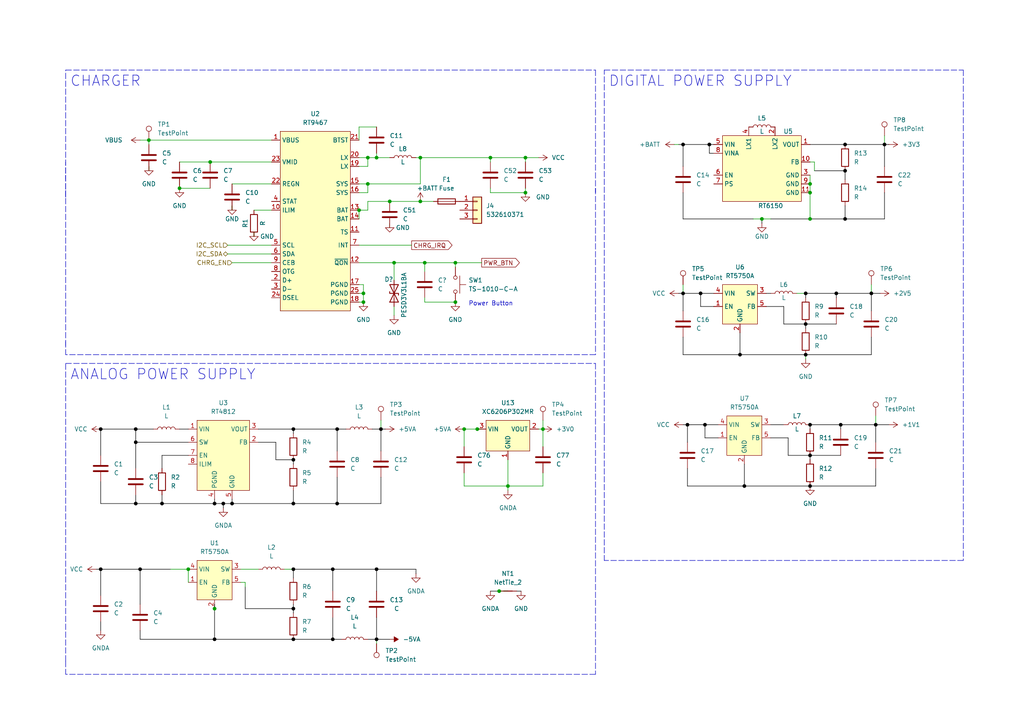
<source format=kicad_sch>
(kicad_sch (version 20211123) (generator eeschema)
  (paper "A4")
  (lib_symbols
    (symbol "C_1" (pin_numbers hide) (pin_names (offset 0.254))
      (property "Reference" "C" (at 0.635 2.54 0))
      (property "Value" "C_1" (at 0.635 -2.54 0))
      (symbol "C_1_1_1"
        (pin passive line (at 0 3.81 270) (length 2.794) (name "~") (number "1"))
        (pin passive line (at 0 -3.81 90) (length 2.794) (name "~") (number "2"))
      )
    )
    (symbol "C_10" (pin_numbers hide) (pin_names (offset 0.254))
      (property "Reference" "C" (at 0.635 2.54 0))
      (property "Value" "C_10" (at 0.635 -2.54 0))
      (symbol "C_10_1_1"
        (pin passive line (at 0 3.81 270) (length 2.794) (name "~") (number "1"))
        (pin passive line (at 0 -3.81 90) (length 2.794) (name "~") (number "2"))
      )
    )
    (symbol "C_14" (pin_numbers hide) (pin_names (offset 0.254))
      (property "Reference" "C" (at 0.635 2.54 0))
      (property "Value" "C_14" (at 0.635 -2.54 0))
      (symbol "C_14_1_1"
        (pin passive line (at 0 3.81 270) (length 2.794) (name "~") (number "1"))
        (pin passive line (at 0 -3.81 90) (length 2.794) (name "~") (number "2"))
      )
    )
    (symbol "C_16" (pin_numbers hide) (pin_names (offset 0.254))
      (property "Reference" "C" (at 0.635 2.54 0))
      (property "Value" "C_16" (at 0.635 -2.54 0))
      (symbol "C_16_1_1"
        (pin passive line (at 0 3.81 270) (length 2.794) (name "~") (number "1"))
        (pin passive line (at 0 -3.81 90) (length 2.794) (name "~") (number "2"))
      )
    )
    (symbol "C_17" (pin_numbers hide) (pin_names (offset 0.254))
      (property "Reference" "C" (at 0.635 2.54 0))
      (property "Value" "C_17" (at 0.635 -2.54 0))
      (symbol "C_17_1_1"
        (pin passive line (at 0 3.81 270) (length 2.794) (name "~") (number "1"))
        (pin passive line (at 0 -3.81 90) (length 2.794) (name "~") (number "2"))
      )
    )
    (symbol "C_18" (pin_numbers hide) (pin_names (offset 0.254))
      (property "Reference" "C" (at 0.635 2.54 0))
      (property "Value" "C_18" (at 0.635 -2.54 0))
      (symbol "C_18_1_1"
        (pin passive line (at 0 3.81 270) (length 2.794) (name "~") (number "1"))
        (pin passive line (at 0 -3.81 90) (length 2.794) (name "~") (number "2"))
      )
    )
    (symbol "C_19" (pin_numbers hide) (pin_names (offset 0.254))
      (property "Reference" "C" (at 0.635 2.54 0))
      (property "Value" "C_19" (at 0.635 -2.54 0))
      (symbol "C_19_1_1"
        (pin passive line (at 0 3.81 270) (length 2.794) (name "~") (number "1"))
        (pin passive line (at 0 -3.81 90) (length 2.794) (name "~") (number "2"))
      )
    )
    (symbol "C_2" (pin_numbers hide) (pin_names (offset 0.254))
      (property "Reference" "C" (at 0.635 2.54 0))
      (property "Value" "C_2" (at 0.635 -2.54 0))
      (symbol "C_2_1_1"
        (pin passive line (at 0 3.81 270) (length 2.794) (name "~") (number "1"))
        (pin passive line (at 0 -3.81 90) (length 2.794) (name "~") (number "2"))
      )
    )
    (symbol "C_20" (pin_numbers hide) (pin_names (offset 0.254))
      (property "Reference" "C" (at 0.635 2.54 0))
      (property "Value" "C_20" (at 0.635 -2.54 0))
      (symbol "C_20_1_1"
        (pin passive line (at 0 3.81 270) (length 2.794) (name "~") (number "1"))
        (pin passive line (at 0 -3.81 90) (length 2.794) (name "~") (number "2"))
      )
    )
    (symbol "C_21" (pin_numbers hide) (pin_names (offset 0.254))
      (property "Reference" "C" (at 0.635 2.54 0))
      (property "Value" "C_21" (at 0.635 -2.54 0))
      (symbol "C_21_1_1"
        (pin passive line (at 0 3.81 270) (length 2.794) (name "~") (number "1"))
        (pin passive line (at 0 -3.81 90) (length 2.794) (name "~") (number "2"))
      )
    )
    (symbol "C_5" (pin_numbers hide) (pin_names (offset 0.254))
      (property "Reference" "C" (at 0.635 2.54 0))
      (property "Value" "C_5" (at 0.635 -2.54 0))
      (symbol "C_5_1_1"
        (pin passive line (at 0 3.81 270) (length 2.794) (name "~") (number "1"))
        (pin passive line (at 0 -3.81 90) (length 2.794) (name "~") (number "2"))
      )
    )
    (symbol "C_6" (pin_numbers hide) (pin_names (offset 0.254))
      (property "Reference" "C" (at 0.635 2.54 0))
      (property "Value" "C_6" (at 0.635 -2.54 0))
      (symbol "C_6_1_1"
        (pin passive line (at 0 3.81 270) (length 2.794) (name "~") (number "1"))
        (pin passive line (at 0 -3.81 90) (length 2.794) (name "~") (number "2"))
      )
    )
    (symbol "C_7" (pin_numbers hide) (pin_names (offset 0.254))
      (property "Reference" "C" (at 0.635 2.54 0))
      (property "Value" "C_7" (at 0.635 -2.54 0))
      (symbol "C_7_1_1"
        (pin passive line (at 0 3.81 270) (length 2.794) (name "~") (number "1"))
        (pin passive line (at 0 -3.81 90) (length 2.794) (name "~") (number "2"))
      )
    )
    (symbol "C_8" (pin_numbers hide) (pin_names (offset 0.254))
      (property "Reference" "C" (at 0.635 2.54 0))
      (property "Value" "C_8" (at 0.635 -2.54 0))
      (symbol "C_8_1_1"
        (pin passive line (at 0 3.81 270) (length 2.794) (name "~") (number "1"))
        (pin passive line (at 0 -3.81 90) (length 2.794) (name "~") (number "2"))
      )
    )
    (symbol "C_9" (pin_numbers hide) (pin_names (offset 0.254))
      (property "Reference" "C" (at 0.635 2.54 0))
      (property "Value" "C_9" (at 0.635 -2.54 0))
      (symbol "C_9_1_1"
        (pin passive line (at 0 3.81 270) (length 2.794) (name "~") (number "1"))
        (pin passive line (at 0 -3.81 90) (length 2.794) (name "~") (number "2"))
      )
    )
    (symbol "Connector:TestPoint" (pin_numbers hide) (pin_names (offset 0.762) hide)
      (property "Reference" "TP" (at 0 6.858 0))
      (property "Value" "TestPoint" (at 0 5.08 0))
      (symbol "TestPoint_1_1"
        (pin passive line (at 0 0 90) (length 2.54) (name "1") (number "1"))
      )
    )
    (symbol "Device:Fuse" (pin_numbers hide) (pin_names (offset 0))
      (property "Reference" "F" (at 2.032 0 90))
      (property "Value" "Fuse" (at -1.905 0 90))
      (symbol "Fuse_1_1"
        (pin passive line (at 0 3.81 270) (length 1.27) (name "~") (number "1"))
        (pin passive line (at 0 -3.81 90) (length 1.27) (name "~") (number "2"))
      )
    )
    (symbol "Device:NetTie_2" (pin_numbers hide) (pin_names (offset 0) hide)
      (property "Reference" "NT" (at 0 1.27 0))
      (property "Value" "NetTie_2" (at 0 -1.27 0))
      (symbol "NetTie_2_1_1"
        (pin passive line (at -2.54 0 0) (length 2.54) (name "1") (number "1"))
        (pin passive line (at 2.54 0 180) (length 2.54) (name "2") (number "2"))
      )
    )
    (symbol "power:+1V1" (power) (pin_names (offset 0))
      (property "Value" "+1V1" (at 0 3.556 0))
      (symbol "+1V1_1_1"
        (pin power_in line (at 0 0 90) (length 0) hide (name "+1V1") (number "1"))
      )
    )
    (symbol "power:+2V5" (power) (pin_names (offset 0))
      (property "Value" "+2V5" (at 0 3.556 0))
      (symbol "+2V5_1_1"
        (pin power_in line (at 0 0 90) (length 0) hide (name "+2V5") (number "1"))
      )
    )
    (symbol "power:+3V0" (power) (pin_names (offset 0))
      (property "Value" "+3V0" (at 0 3.556 0))
      (symbol "+3V0_1_1"
        (pin power_in line (at 0 0 90) (length 0) hide (name "+3V0") (number "1"))
      )
    )
    (symbol "power:+3V3" (power) (pin_names (offset 0))
      (property "Value" "+3V3" (at 0 3.556 0))
      (symbol "+3V3_1_1"
        (pin power_in line (at 0 0 90) (length 0) hide (name "+3V3") (number "1"))
      )
    )
    (symbol "power:+5VA" (power) (pin_names (offset 0))
      (property "Value" "+5VA" (at 0 3.556 0))
      (symbol "+5VA_1_1"
        (pin power_in line (at 0 0 90) (length 0) hide (name "+5VA") (number "1"))
      )
    )
    (symbol "power:+BATT" (power) (pin_names (offset 0))
      (property "Value" "+BATT" (at 0 3.556 0))
      (symbol "+BATT_1_1"
        (pin power_in line (at 0 0 90) (length 0) hide (name "+BATT") (number "1"))
      )
    )
    (symbol "power:-5VA" (power) (pin_names (offset 0))
      (property "Value" "-5VA" (at 0 3.81 0))
      (symbol "-5VA_0_0"
        (pin power_in line (at 0 0 90) (length 0) hide (name "-5VA") (number "1"))
      )
    )
    (symbol "power:GND" (power) (pin_names (offset 0))
      (property "Value" "GND" (at 0 -3.81 0))
      (symbol "GND_1_1"
        (pin power_in line (at 0 0 270) (length 0) hide (name "GND") (number "1"))
      )
    )
    (symbol "power:GNDA" (power) (pin_names (offset 0))
      (property "Value" "GNDA" (at 0 -3.81 0))
      (symbol "GNDA_1_1"
        (pin power_in line (at 0 0 270) (length 0) hide (name "GNDA") (number "1"))
      )
    )
    (symbol "power:VBUS" (power) (pin_names (offset 0))
      (property "Value" "VBUS" (at 0 3.81 0))
      (symbol "VBUS_1_1"
        (pin power_in line (at 0 0 90) (length 0) hide (name "VBUS") (number "1"))
      )
    )
    (symbol "power:VCC" (power) (pin_names (offset 0))
      (property "Value" "VCC" (at 0 3.81 0))
      (symbol "VCC_1_1"
        (pin power_in line (at 0 0 90) (length 0) hide (name "VCC") (number "1"))
      )
    )
    (symbol "rlib_buttons:TS-1010-C-A" (pin_numbers hide) (pin_names (offset 1.016) hide)
      (property "Reference" "SW" (at 1.27 2.54 0))
      (property "Value" "TS-1010-C-A" (at 0 -2.54 0))
      (symbol "TS-1010-C-A_0_1"
        (pin passive line (at -5.08 0 0) (length 2.54) (name "1") (number "1"))
        (pin passive line (at 5.08 0 180) (length 2.54) (name "2") (number "2"))
      )
    )
    (symbol "rlib_connectors:532610371" (pin_names (offset 1.016) hide)
      (property "Reference" "J" (at 0 5.08 0))
      (property "Value" "532610371" (at 0 -5.08 0))
      (symbol "532610371_1_1"
        (pin passive line (at -5.08 2.54 0) (length 3.81) (name "Pin_1") (number "1"))
        (pin passive line (at -5.08 0 0) (length 3.81) (name "Pin_2") (number "2"))
        (pin passive line (at -5.08 -2.54 0) (length 3.81) (name "Pin_3") (number "3"))
      )
    )
    (symbol "rlib_passive:C" (pin_numbers hide) (pin_names (offset 0.254))
      (property "Reference" "C" (at 0.635 2.54 0))
      (property "Value" "C" (at 0.635 -2.54 0))
      (symbol "C_1_1"
        (pin passive line (at 0 3.81 270) (length 2.794) (name "~") (number "1"))
        (pin passive line (at 0 -3.81 90) (length 2.794) (name "~") (number "2"))
      )
    )
    (symbol "rlib_passive:L" (pin_numbers hide) (pin_names (offset 1.016) hide)
      (property "Reference" "L" (at -1.27 0 90))
      (property "Value" "L" (at 1.905 0 90))
      (symbol "L_1_1"
        (pin passive line (at 0 3.81 270) (length 1.27) (name "1") (number "1"))
        (pin passive line (at 0 -3.81 90) (length 1.27) (name "2") (number "2"))
      )
    )
    (symbol "rlib_passive:PESD3V3L1BA" (pin_numbers hide) (pin_names (offset 1.016) hide)
      (property "Reference" "D" (at 0 2.54 0))
      (property "Value" "PESD3V3L1BA" (at 0 -2.54 0))
      (symbol "PESD3V3L1BA_1_1"
        (pin passive line (at -3.81 0 0) (length 2.54) (name "A1") (number "1"))
        (pin passive line (at 3.81 0 180) (length 2.54) (name "A2") (number "2"))
      )
    )
    (symbol "rlib_passive:R" (pin_numbers hide) (pin_names (offset 0))
      (property "Reference" "R" (at 2.032 0 90))
      (property "Value" "R" (at 0 0 90))
      (symbol "R_1_1"
        (pin passive line (at 0 3.81 270) (length 1.27) (name "~") (number "1"))
        (pin passive line (at 0 -3.81 90) (length 1.27) (name "~") (number "2"))
      )
    )
    (symbol "rlib_power:RT4812"
      (property "Reference" "U" (at 0 10.16 0))
      (property "Value" "RT4812" (at 7.62 -12.7 0))
      (symbol "RT4812_0_0"
        (pin power_in line (at -10.16 6.35 0) (length 2.54) (name "VIN") (number "1"))
        (pin input line (at 10.16 2.54 180) (length 2.54) (name "FB") (number "2"))
        (pin power_out line (at 10.16 6.35 180) (length 2.54) (name "VOUT") (number "3"))
        (pin power_in line (at -2.54 -13.97 90) (length 2.54) (name "PGND") (number "4"))
        (pin power_in line (at 2.54 -13.97 90) (length 2.54) (name "GND") (number "5"))
        (pin output line (at -10.16 2.54 0) (length 2.54) (name "SW") (number "6"))
        (pin input line (at -10.16 -1.27 0) (length 2.54) (name "EN") (number "7"))
        (pin input line (at -10.16 -3.81 0) (length 2.54) (name "ILIM") (number "8"))
      )
    )
    (symbol "rlib_power:RT5750A"
      (property "Reference" "U" (at 0 6.35 0))
      (property "Value" "RT5750A" (at 7.62 -7.62 0))
      (symbol "RT5750A_0_0"
        (pin input line (at -7.62 -1.27 0) (length 2.54) (name "EN") (number "1"))
        (pin power_in line (at 0 -8.89 90) (length 2.54) (name "GND") (number "2"))
        (pin output line (at 7.62 2.54 180) (length 2.54) (name "SW") (number "3"))
        (pin power_in line (at -7.62 2.54 0) (length 2.54) (name "VIN") (number "4"))
        (pin input line (at 7.62 -1.27 180) (length 2.54) (name "FB") (number "5"))
      )
    )
    (symbol "rlib_power:RT6150"
      (property "Reference" "U" (at 0 7.62 0))
      (property "Value" "RT6150" (at 0 -15.24 0))
      (symbol "RT6150_0_0"
        (pin power_out line (at 13.97 2.54 180) (length 2.54) (name "VOUT") (number "1"))
        (pin input line (at 13.97 -2.54 180) (length 2.54) (name "FB") (number "10"))
        (pin power_in line (at 13.97 -11.43 180) (length 2.54) (name "GND") (number "11"))
        (pin output line (at 3.81 7.62 270) (length 2.54) (name "LX2") (number "2"))
        (pin power_in line (at 13.97 -6.35 180) (length 2.54) (name "GND") (number "3"))
        (pin input line (at -3.81 7.62 270) (length 2.54) (name "LX1") (number "4"))
        (pin power_in line (at -13.97 2.54 0) (length 2.54) (name "VIN") (number "5"))
        (pin input line (at -13.97 -6.35 0) (length 2.54) (name "EN") (number "6"))
        (pin input line (at -13.97 -8.89 0) (length 2.54) (name "PS") (number "7"))
        (pin power_in line (at -13.97 0 0) (length 2.54) (name "VINA") (number "8"))
        (pin power_in line (at 13.97 -8.89 180) (length 2.54) (name "GND") (number "9"))
      )
    )
    (symbol "rlib_power:RT9467"
      (property "Reference" "U2" (at 0 7.62 0))
      (property "Value" "RT9467" (at 0 5.08 0))
      (symbol "RT9467_0_0"
        (pin power_in line (at -12.7 0 0) (length 2.54) (name "VBUS") (number "1"))
        (pin input line (at -12.7 -20.32 0) (length 2.54) (name "ILIM") (number "10"))
        (pin input line (at 12.7 -26.67 180) (length 2.54) (name "TS") (number "11"))
        (pin input line (at 12.7 -35.56 180) (length 2.54) (name "~{QON}") (number "12"))
        (pin power_out line (at 12.7 -20.32 180) (length 2.54) (name "BAT") (number "13"))
        (pin power_out line (at 12.7 -22.86 180) (length 2.54) (name "BAT") (number "14"))
        (pin power_out line (at 12.7 -12.7 180) (length 2.54) (name "SYS") (number "15"))
        (pin power_out line (at 12.7 -15.24 180) (length 2.54) (name "SYS") (number "16"))
        (pin power_out line (at 12.7 -41.91 180) (length 2.54) (name "PGND") (number "17"))
        (pin power_out line (at 12.7 -46.99 180) (length 2.54) (name "PGND") (number "18"))
        (pin output line (at 12.7 -7.62 180) (length 2.54) (name "LX") (number "19"))
        (pin bidirectional line (at -12.7 -40.64 0) (length 2.54) (name "D+") (number "2"))
        (pin output line (at 12.7 -5.08 180) (length 2.54) (name "LX") (number "20"))
        (pin input line (at 12.7 0 180) (length 2.54) (name "BTST") (number "21"))
        (pin output line (at -12.7 -12.7 0) (length 2.54) (name "REGN") (number "22"))
        (pin output line (at -12.7 -6.35 0) (length 2.54) (name "VMID") (number "23"))
        (pin open_collector line (at -12.7 -45.72 0) (length 2.54) (name "DSEL") (number "24"))
        (pin power_in line (at 12.7 -44.45 180) (length 2.54) (name "PGND") (number "25"))
        (pin bidirectional line (at -12.7 -43.18 0) (length 2.54) (name "D-") (number "3"))
        (pin open_emitter line (at -12.7 -17.78 0) (length 2.54) (name "STAT") (number "4"))
        (pin input line (at -12.7 -30.48 0) (length 2.54) (name "SCL") (number "5"))
        (pin input line (at -12.7 -33.02 0) (length 2.54) (name "SDA") (number "6"))
        (pin open_collector line (at 12.7 -30.48 180) (length 2.54) (name "INT") (number "7"))
        (pin input line (at -12.7 -38.1 0) (length 2.54) (name "OTG") (number "8"))
        (pin input line (at -12.7 -35.56 0) (length 2.54) (name "CEB") (number "9"))
      )
    )
    (symbol "rlib_power:XC6206P302MR"
      (property "Reference" "U" (at 0 2.54 0))
      (property "Value" "XC6206P302MR" (at 11.43 -10.16 0))
      (symbol "XC6206P302MR_0_0"
        (pin power_in line (at 0 -10.16 90) (length 2.54) (name "GND") (number "1"))
        (pin power_out line (at 8.89 -1.27 180) (length 2.54) (name "VOUT") (number "2"))
        (pin power_in line (at -8.89 -1.27 0) (length 2.54) (name "VIN") (number "3"))
      )
    )
  )
  (junction (at 132.08 87.63))
  (junction (at 203.2 85.09) (color 0 0 0 1))
  (junction (at 233.68 85.09) (color 0 0 0 1))
  (junction (at 29.21 124.46) (color 0 0 0 1))
  (junction (at 62.23 146.05) (color 0 0 0 1))
  (junction (at 85.09 146.05) (color 0 0 0 1))
  (junction (at 54.61 165.1))
  (junction (at 220.98 63.5))
  (junction (at 245.11 49.53) (color 0 0 0 1))
  (junction (at 85.09 124.46) (color 0 0 0 1))
  (junction (at 234.95 140.97) (color 0 0 0 1))
  (junction (at 233.68 93.98) (color 0 0 0 1))
  (junction (at 109.22 185.42) (color 0 0 0 1))
  (junction (at 242.57 85.09) (color 0 0 0 1))
  (junction (at 64.77 146.05) (color 0 0 0 1))
  (junction (at 109.22 165.1) (color 0 0 0 1))
  (junction (at 234.95 55.88))
  (junction (at 198.12 85.09) (color 0 0 0 1))
  (junction (at 123.19 76.2))
  (junction (at 109.22 45.72))
  (junction (at 147.32 140.97))
  (junction (at 29.21 165.1) (color 0 0 0 1))
  (junction (at 62.23 176.53))
  (junction (at 39.37 128.27) (color 0 0 0 1))
  (junction (at 199.39 123.19) (color 0 0 0 1))
  (junction (at 62.23 185.42) (color 0 0 0 1))
  (junction (at 138.43 124.46))
  (junction (at 254 123.19) (color 0 0 0 1))
  (junction (at 105.41 87.63))
  (junction (at 96.52 165.1) (color 0 0 0 1))
  (junction (at 67.31 146.05) (color 0 0 0 1))
  (junction (at 97.79 124.46) (color 0 0 0 1))
  (junction (at 215.9 140.97) (color 0 0 0 1))
  (junction (at 106.68 45.72))
  (junction (at 52.07 54.61))
  (junction (at 152.4 55.88))
  (junction (at 121.92 58.42))
  (junction (at 60.96 46.99))
  (junction (at 245.11 41.91) (color 0 0 0 1))
  (junction (at 121.92 45.72))
  (junction (at 204.47 123.19) (color 0 0 0 1))
  (junction (at 243.84 123.19) (color 0 0 0 1))
  (junction (at 85.09 165.1) (color 0 0 0 1))
  (junction (at 157.48 124.46))
  (junction (at 256.54 41.91) (color 0 0 0 1))
  (junction (at 144.78 171.45))
  (junction (at 234.95 53.34))
  (junction (at 104.14 60.96))
  (junction (at 134.62 124.46))
  (junction (at 40.64 165.1) (color 0 0 0 1))
  (junction (at 43.18 40.64))
  (junction (at 233.68 102.87) (color 0 0 0 1))
  (junction (at 85.09 133.35) (color 0 0 0 1))
  (junction (at 198.12 41.91) (color 0 0 0 1))
  (junction (at 39.37 124.46) (color 0 0 0 1))
  (junction (at 105.41 85.09))
  (junction (at 114.3 76.2))
  (junction (at 85.09 185.42) (color 0 0 0 1))
  (junction (at 142.24 45.72))
  (junction (at 113.03 58.42))
  (junction (at 97.79 146.05) (color 0 0 0 1))
  (junction (at 234.95 123.19) (color 0 0 0 1))
  (junction (at 152.4 45.72))
  (junction (at 106.68 53.34))
  (junction (at 85.09 176.53) (color 0 0 0 1))
  (junction (at 132.08 76.2))
  (junction (at 110.49 124.46) (color 0 0 0 1))
  (junction (at 245.11 63.5) (color 0 0 0 1))
  (junction (at 205.74 41.91) (color 0 0 0 1))
  (junction (at 234.95 132.08) (color 0 0 0 1))
  (junction (at 234.95 63.5))
  (junction (at 96.52 185.42) (color 0 0 0 1))
  (junction (at 39.37 146.05) (color 0 0 0 1))
  (junction (at 214.63 102.87) (color 0 0 0 1))
  (junction (at 252.73 85.09) (color 0 0 0 1))
  (junction (at 46.99 146.05) (color 0 0 0 1))
  (wire (pts (xy 223.52 63.5) (xy 234.95 63.5)) (stroke (width 0) (color 0 0 0 1)))
  (wire (pts (xy 46.99 132.08) (xy 54.61 132.08)) (stroke (width 0) (color 0 0 0 1)))
  (wire (pts (xy 198.12 102.87) (xy 214.63 102.87)) (stroke (width 0) (color 0 0 0 1)))
  (wire (pts (xy 152.4 55.88) (xy 152.4 54.61)))
  (wire (pts (xy 256.54 63.5) (xy 245.11 63.5)) (stroke (width 0) (color 0 0 0 1)))
  (wire (pts (xy 69.85 165.1) (xy 74.93 165.1)))
  (wire (pts (xy 234.95 50.8) (xy 234.95 53.34)))
  (wire (pts (xy 152.4 45.72) (xy 156.21 45.72)))
  (wire (pts (xy 142.24 46.99) (xy 142.24 45.72)))
  (wire (pts (xy 243.84 123.19) (xy 243.84 124.46)) (stroke (width 0) (color 0 0 0 1)))
  (wire (pts (xy 120.65 165.1) (xy 109.22 165.1)) (stroke (width 0) (color 0 0 0 1)))
  (wire (pts (xy 198.12 85.09) (xy 203.2 85.09)) (stroke (width 0) (color 0 0 0 1)))
  (wire (pts (xy 106.68 45.72) (xy 106.68 48.26)))
  (wire (pts (xy 120.65 166.37) (xy 120.65 165.1)) (stroke (width 0) (color 0 0 0 1)))
  (wire (pts (xy 256.54 41.91) (xy 257.81 41.91)) (stroke (width 0) (color 0 0 0 1)))
  (wire (pts (xy 85.09 175.26) (xy 85.09 176.53)) (stroke (width 0) (color 0 0 0 1)))
  (wire (pts (xy 231.14 85.09) (xy 233.68 85.09)))
  (wire (pts (xy 104.14 55.88) (xy 106.68 55.88)))
  (wire (pts (xy 66.04 71.12) (xy 78.74 71.12)))
  (wire (pts (xy 234.95 63.5) (xy 245.11 63.5)) (stroke (width 0) (color 0 0 0 1)))
  (wire (pts (xy 62.23 175.26) (xy 62.23 176.53)) (stroke (width 0) (color 0 0 0 1)))
  (wire (pts (xy 109.22 45.72) (xy 113.03 45.72)))
  (wire (pts (xy 85.09 165.1) (xy 85.09 167.64)) (stroke (width 0) (color 0 0 0 1)))
  (wire (pts (xy 152.4 45.72) (xy 142.24 45.72)))
  (wire (pts (xy 157.48 137.16) (xy 157.48 140.97)))
  (wire (pts (xy 29.21 132.08) (xy 29.21 124.46)) (stroke (width 0) (color 0 0 0 1)))
  (wire (pts (xy 233.68 85.09) (xy 233.68 86.36)) (stroke (width 0) (color 0 0 0 1)))
  (wire (pts (xy 142.24 45.72) (xy 121.92 45.72)))
  (wire (pts (xy 104.14 60.96) (xy 106.68 60.96)))
  (wire (pts (xy 123.19 76.2) (xy 123.19 78.74)))
  (wire (pts (xy 39.37 124.46) (xy 39.37 128.27)) (stroke (width 0) (color 0 0 0 1)))
  (wire (pts (xy 195.58 41.91) (xy 196.85 41.91)))
  (wire (pts (xy 121.92 53.34) (xy 106.68 53.34)))
  (wire (pts (xy 152.4 46.99) (xy 152.4 45.72)))
  (wire (pts (xy 245.11 63.5) (xy 245.11 59.69)) (stroke (width 0) (color 0 0 0 1)))
  (wire (pts (xy 96.52 179.07) (xy 96.52 185.42)) (stroke (width 0) (color 0 0 0 1)))
  (wire (pts (xy 147.32 133.35) (xy 147.32 140.97)))
  (wire (pts (xy 104.14 85.09) (xy 105.41 85.09)))
  (wire (pts (xy 121.92 45.72) (xy 121.92 53.34)))
  (wire (pts (xy 106.68 45.72) (xy 109.22 45.72)))
  (wire (pts (xy 157.48 129.54) (xy 157.48 124.46)))
  (wire (pts (xy 96.52 185.42) (xy 99.06 185.42)) (stroke (width 0) (color 0 0 0 1)))
  (wire (pts (xy 146.05 171.45) (xy 147.32 171.45)) (stroke (width 0) (color 0 0 0 1)))
  (wire (pts (xy 227.33 93.98) (xy 227.33 88.9)) (stroke (width 0) (color 0 0 0 1)))
  (wire (pts (xy 234.95 132.08) (xy 228.6 132.08)) (stroke (width 0) (color 0 0 0 1)))
  (wire (pts (xy 71.12 170.18) (xy 71.12 168.91)))
  (wire (pts (xy 252.73 97.79) (xy 252.73 102.87)) (stroke (width 0) (color 0 0 0 1)))
  (wire (pts (xy 40.64 40.64) (xy 43.18 40.64)))
  (wire (pts (xy 208.28 127) (xy 204.47 127)) (stroke (width 0) (color 0 0 0 1)))
  (polyline (pts (xy 19.05 105.41) (xy 172.72 105.41)))
  (wire (pts (xy 64.77 146.05) (xy 64.77 147.32)) (stroke (width 0) (color 0 0 0 1)))
  (wire (pts (xy 74.93 128.27) (xy 80.01 128.27)) (stroke (width 0) (color 0 0 0 1)))
  (wire (pts (xy 85.09 124.46) (xy 74.93 124.46)) (stroke (width 0) (color 0 0 0 1)))
  (wire (pts (xy 104.14 71.12) (xy 119.38 71.12)))
  (wire (pts (xy 60.96 46.99) (xy 78.74 46.99)))
  (polyline (pts (xy 19.05 99.06) (xy 19.05 102.87)))
  (wire (pts (xy 234.95 132.08) (xy 243.84 132.08)) (stroke (width 0) (color 0 0 0 1)))
  (wire (pts (xy 64.77 146.05) (xy 67.31 146.05)) (stroke (width 0) (color 0 0 0 1)))
  (wire (pts (xy 104.14 82.55) (xy 105.41 82.55)))
  (polyline (pts (xy 175.26 124.46) (xy 175.26 20.32)))
  (polyline (pts (xy 175.26 20.32) (xy 279.4 20.32)))
  (wire (pts (xy 254 140.97) (xy 234.95 140.97)) (stroke (width 0) (color 0 0 0 1)))
  (wire (pts (xy 109.22 44.45) (xy 109.22 45.72)))
  (wire (pts (xy 71.12 170.18) (xy 71.12 176.53)) (stroke (width 0) (color 0 0 0 1)))
  (wire (pts (xy 214.63 96.52) (xy 214.63 102.87)) (stroke (width 0) (color 0 0 0 1)))
  (polyline (pts (xy 172.72 20.32) (xy 172.72 55.88)))
  (wire (pts (xy 204.47 123.19) (xy 208.28 123.19)) (stroke (width 0) (color 0 0 0 1)))
  (wire (pts (xy 46.99 146.05) (xy 62.23 146.05)) (stroke (width 0) (color 0 0 0 1)))
  (wire (pts (xy 104.14 45.72) (xy 106.68 45.72)))
  (wire (pts (xy 142.24 55.88) (xy 152.4 55.88)))
  (wire (pts (xy 157.48 121.92) (xy 157.48 124.46)))
  (wire (pts (xy 236.22 46.99) (xy 234.95 46.99)))
  (wire (pts (xy 205.74 44.45) (xy 205.74 41.91)) (stroke (width 0) (color 0 0 0 1)))
  (wire (pts (xy 114.3 88.9) (xy 114.3 91.44)))
  (wire (pts (xy 205.74 41.91) (xy 207.01 41.91)) (stroke (width 0) (color 0 0 0 1)))
  (polyline (pts (xy 19.05 191.77) (xy 19.05 105.41)))
  (wire (pts (xy 106.68 53.34) (xy 104.14 53.34)))
  (wire (pts (xy 96.52 171.45) (xy 96.52 165.1)) (stroke (width 0) (color 0 0 0 1)))
  (wire (pts (xy 245.11 49.53) (xy 245.11 52.07)) (stroke (width 0) (color 0 0 0 1)))
  (wire (pts (xy 138.43 124.46) (xy 139.7 124.46)))
  (wire (pts (xy 39.37 146.05) (xy 46.99 146.05)) (stroke (width 0) (color 0 0 0 1)))
  (wire (pts (xy 109.22 185.42) (xy 106.68 185.42)) (stroke (width 0) (color 0 0 0 1)))
  (wire (pts (xy 109.22 171.45) (xy 109.22 165.1)) (stroke (width 0) (color 0 0 0 1)))
  (wire (pts (xy 82.55 165.1) (xy 85.09 165.1)))
  (wire (pts (xy 85.09 146.05) (xy 85.09 142.24)) (stroke (width 0) (color 0 0 0 1)))
  (wire (pts (xy 234.95 55.88) (xy 234.95 63.5)))
  (wire (pts (xy 62.23 176.53) (xy 62.23 185.42)) (stroke (width 0) (color 0 0 0 1)))
  (wire (pts (xy 39.37 143.51) (xy 39.37 146.05)) (stroke (width 0) (color 0 0 0 1)))
  (wire (pts (xy 198.12 90.17) (xy 198.12 85.09)) (stroke (width 0) (color 0 0 0 1)))
  (wire (pts (xy 242.57 85.09) (xy 233.68 85.09)) (stroke (width 0) (color 0 0 0 1)))
  (wire (pts (xy 104.14 60.96) (xy 104.14 63.5)))
  (wire (pts (xy 110.49 121.92) (xy 110.49 124.46)))
  (wire (pts (xy 233.68 104.14) (xy 233.68 102.87)))
  (wire (pts (xy 29.21 139.7) (xy 29.21 146.05)) (stroke (width 0) (color 0 0 0 1)))
  (wire (pts (xy 109.22 36.83) (xy 104.14 36.83)))
  (polyline (pts (xy 19.05 57.15) (xy 19.05 20.32)))
  (wire (pts (xy 132.08 76.2) (xy 132.08 77.47)))
  (wire (pts (xy 106.68 60.96) (xy 106.68 58.42)))
  (wire (pts (xy 236.22 49.53) (xy 236.22 46.99)))
  (wire (pts (xy 243.84 123.19) (xy 234.95 123.19)) (stroke (width 0) (color 0 0 0 1)))
  (polyline (pts (xy 172.72 105.41) (xy 172.72 195.58)))
  (wire (pts (xy 113.03 58.42) (xy 121.92 58.42)))
  (polyline (pts (xy 279.4 20.32) (xy 279.4 162.56)))
  (wire (pts (xy 256.54 39.37) (xy 256.54 41.91)))
  (wire (pts (xy 52.07 54.61) (xy 60.96 54.61)))
  (wire (pts (xy 40.64 185.42) (xy 62.23 185.42)) (stroke (width 0) (color 0 0 0 1)))
  (wire (pts (xy 67.31 146.05) (xy 85.09 146.05)) (stroke (width 0) (color 0 0 0 1)))
  (wire (pts (xy 73.66 67.31) (xy 73.66 68.58)))
  (wire (pts (xy 85.09 133.35) (xy 85.09 134.62)) (stroke (width 0) (color 0 0 0 1)))
  (polyline (pts (xy 172.72 102.87) (xy 19.05 102.87)))
  (wire (pts (xy 80.01 133.35) (xy 85.09 133.35)) (stroke (width 0) (color 0 0 0 1)))
  (wire (pts (xy 71.12 176.53) (xy 85.09 176.53)) (stroke (width 0) (color 0 0 0 1)))
  (wire (pts (xy 198.12 63.5) (xy 218.44 63.5)) (stroke (width 0) (color 0 0 0 1)))
  (wire (pts (xy 234.95 41.91) (xy 245.11 41.91)) (stroke (width 0) (color 0 0 0 1)))
  (wire (pts (xy 215.9 140.97) (xy 234.95 140.97)) (stroke (width 0) (color 0 0 0 1)))
  (wire (pts (xy 245.11 49.53) (xy 236.22 49.53)) (stroke (width 0) (color 0 0 0 1)))
  (wire (pts (xy 123.19 76.2) (xy 132.08 76.2)))
  (wire (pts (xy 85.09 124.46) (xy 97.79 124.46)) (stroke (width 0) (color 0 0 0 1)))
  (wire (pts (xy 198.12 55.88) (xy 198.12 63.5)) (stroke (width 0) (color 0 0 0 1)))
  (wire (pts (xy 256.54 41.91) (xy 245.11 41.91)) (stroke (width 0) (color 0 0 0 1)))
  (wire (pts (xy 110.49 124.46) (xy 110.49 130.81)) (stroke (width 0) (color 0 0 0 1)))
  (wire (pts (xy 198.12 82.55) (xy 198.12 85.09)))
  (wire (pts (xy 52.07 124.46) (xy 54.61 124.46)) (stroke (width 0) (color 0 0 0 1)))
  (wire (pts (xy 134.62 124.46) (xy 138.43 124.46)))
  (wire (pts (xy 233.68 93.98) (xy 233.68 95.25)) (stroke (width 0) (color 0 0 0 1)))
  (wire (pts (xy 120.65 45.72) (xy 121.92 45.72)))
  (wire (pts (xy 104.14 36.83) (xy 104.14 40.64)))
  (polyline (pts (xy 172.72 54.61) (xy 172.72 102.87)))
  (wire (pts (xy 43.18 49.53) (xy 43.18 48.26)))
  (wire (pts (xy 256.54 55.88) (xy 256.54 63.5)) (stroke (width 0) (color 0 0 0 1)))
  (wire (pts (xy 29.21 172.72) (xy 29.21 165.1)) (stroke (width 0) (color 0 0 0 1)))
  (wire (pts (xy 67.31 146.05) (xy 67.31 144.78)) (stroke (width 0) (color 0 0 0 1)))
  (wire (pts (xy 62.23 185.42) (xy 85.09 185.42)) (stroke (width 0) (color 0 0 0 1)))
  (wire (pts (xy 252.73 85.09) (xy 255.27 85.09)) (stroke (width 0) (color 0 0 0 1)))
  (wire (pts (xy 242.57 85.09) (xy 242.57 86.36)) (stroke (width 0) (color 0 0 0 1)))
  (wire (pts (xy 67.31 59.69) (xy 67.31 60.96)))
  (wire (pts (xy 105.41 82.55) (xy 105.41 85.09)))
  (wire (pts (xy 110.49 138.43) (xy 110.49 146.05)) (stroke (width 0) (color 0 0 0 1)))
  (wire (pts (xy 54.61 165.1) (xy 54.61 168.91)))
  (wire (pts (xy 218.44 63.5) (xy 220.98 63.5)))
  (wire (pts (xy 104.14 76.2) (xy 114.3 76.2)))
  (wire (pts (xy 97.79 130.81) (xy 97.79 124.46)) (stroke (width 0) (color 0 0 0 1)))
  (wire (pts (xy 157.48 124.46) (xy 156.21 124.46)))
  (wire (pts (xy 142.24 171.45) (xy 144.78 171.45)) (stroke (width 0) (color 0 0 0 1)))
  (wire (pts (xy 234.95 132.08) (xy 234.95 133.35)) (stroke (width 0) (color 0 0 0 1)))
  (wire (pts (xy 113.03 64.77) (xy 113.03 66.04)))
  (wire (pts (xy 254 135.89) (xy 254 140.97)) (stroke (width 0) (color 0 0 0 1)))
  (wire (pts (xy 214.63 102.87) (xy 233.68 102.87)) (stroke (width 0) (color 0 0 0 1)))
  (wire (pts (xy 203.2 85.09) (xy 207.01 85.09)) (stroke (width 0) (color 0 0 0 1)))
  (wire (pts (xy 134.62 137.16) (xy 134.62 140.97)))
  (wire (pts (xy 109.22 185.42) (xy 109.22 186.69)))
  (wire (pts (xy 203.2 88.9) (xy 203.2 85.09)) (stroke (width 0) (color 0 0 0 1)))
  (wire (pts (xy 199.39 123.19) (xy 204.47 123.19)) (stroke (width 0) (color 0 0 0 1)))
  (wire (pts (xy 222.25 85.09) (xy 223.52 85.09)) (stroke (width 0) (color 0 0 0 1)))
  (wire (pts (xy 228.6 127) (xy 223.52 127)) (stroke (width 0) (color 0 0 0 1)))
  (wire (pts (xy 39.37 135.89) (xy 39.37 128.27)) (stroke (width 0) (color 0 0 0 1)))
  (wire (pts (xy 27.94 165.1) (xy 29.21 165.1)) (stroke (width 0) (color 0 0 0 1)))
  (wire (pts (xy 223.52 123.19) (xy 227.33 123.19)) (stroke (width 0) (color 0 0 0 1)))
  (wire (pts (xy 29.21 146.05) (xy 39.37 146.05)) (stroke (width 0) (color 0 0 0 1)))
  (wire (pts (xy 204.47 127) (xy 204.47 123.19)) (stroke (width 0) (color 0 0 0 1)))
  (wire (pts (xy 104.14 48.26) (xy 106.68 48.26)))
  (wire (pts (xy 71.12 168.91) (xy 69.85 168.91)))
  (polyline (pts (xy 19.05 20.32) (xy 172.72 20.32)))
  (wire (pts (xy 147.32 140.97) (xy 134.62 140.97)))
  (wire (pts (xy 198.12 48.26) (xy 198.12 41.91)) (stroke (width 0) (color 0 0 0 1)))
  (polyline (pts (xy 19.05 57.15) (xy 19.05 46.99)))
  (wire (pts (xy 198.12 97.79) (xy 198.12 102.87)) (stroke (width 0) (color 0 0 0 1)))
  (wire (pts (xy 66.04 73.66) (xy 78.74 73.66)))
  (wire (pts (xy 40.64 165.1) (xy 40.64 175.26)) (stroke (width 0) (color 0 0 0 1)))
  (wire (pts (xy 62.23 146.05) (xy 64.77 146.05)) (stroke (width 0) (color 0 0 0 1)))
  (wire (pts (xy 97.79 138.43) (xy 97.79 146.05)) (stroke (width 0) (color 0 0 0 1)))
  (wire (pts (xy 198.12 41.91) (xy 205.74 41.91)) (stroke (width 0) (color 0 0 0 1)))
  (wire (pts (xy 62.23 144.78) (xy 62.23 146.05)) (stroke (width 0) (color 0 0 0 1)))
  (wire (pts (xy 106.68 55.88) (xy 106.68 53.34)))
  (wire (pts (xy 233.68 93.98) (xy 227.33 93.98)) (stroke (width 0) (color 0 0 0 1)))
  (wire (pts (xy 252.73 102.87) (xy 233.68 102.87)) (stroke (width 0) (color 0 0 0 1)))
  (wire (pts (xy 43.18 40.64) (xy 43.18 41.91)))
  (wire (pts (xy 29.21 124.46) (xy 39.37 124.46)) (stroke (width 0) (color 0 0 0 1)))
  (wire (pts (xy 49.53 165.1) (xy 54.61 165.1)))
  (wire (pts (xy 254 123.19) (xy 243.84 123.19)) (stroke (width 0) (color 0 0 0 1)))
  (wire (pts (xy 105.41 85.09) (xy 105.41 87.63)))
  (wire (pts (xy 199.39 140.97) (xy 215.9 140.97)) (stroke (width 0) (color 0 0 0 1)))
  (wire (pts (xy 109.22 165.1) (xy 96.52 165.1)) (stroke (width 0) (color 0 0 0 1)))
  (wire (pts (xy 109.22 179.07) (xy 109.22 185.42)) (stroke (width 0) (color 0 0 0 1)))
  (wire (pts (xy 147.32 140.97) (xy 157.48 140.97)))
  (polyline (pts (xy 19.05 100.33) (xy 19.05 54.61)))
  (wire (pts (xy 114.3 76.2) (xy 114.3 81.28)))
  (wire (pts (xy 199.39 128.27) (xy 199.39 123.19)) (stroke (width 0) (color 0 0 0 1)))
  (wire (pts (xy 52.07 46.99) (xy 60.96 46.99)))
  (wire (pts (xy 196.85 41.91) (xy 198.12 41.91)) (stroke (width 0) (color 0 0 0 1)))
  (wire (pts (xy 199.39 135.89) (xy 199.39 140.97)) (stroke (width 0) (color 0 0 0 1)))
  (wire (pts (xy 73.66 60.96) (xy 78.74 60.96)))
  (wire (pts (xy 196.85 85.09) (xy 198.12 85.09)) (stroke (width 0) (color 0 0 0 1)))
  (wire (pts (xy 252.73 85.09) (xy 242.57 85.09)) (stroke (width 0) (color 0 0 0 1)))
  (wire (pts (xy 29.21 180.34) (xy 29.21 182.88)) (stroke (width 0) (color 0 0 0 1)))
  (wire (pts (xy 134.62 129.54) (xy 134.62 124.46)))
  (polyline (pts (xy 172.72 195.58) (xy 19.05 195.58)))
  (wire (pts (xy 121.92 58.42) (xy 125.73 58.42)))
  (wire (pts (xy 44.45 124.46) (xy 39.37 124.46)) (stroke (width 0) (color 0 0 0 1)))
  (wire (pts (xy 97.79 124.46) (xy 100.33 124.46)) (stroke (width 0) (color 0 0 0 1)))
  (wire (pts (xy 29.21 165.1) (xy 40.64 165.1)) (stroke (width 0) (color 0 0 0 1)))
  (wire (pts (xy 85.09 176.53) (xy 85.09 177.8)) (stroke (width 0) (color 0 0 0 1)))
  (wire (pts (xy 220.98 63.5) (xy 220.98 64.77)) (stroke (width 0) (color 0 0 0 1)))
  (wire (pts (xy 123.19 87.63) (xy 132.08 87.63)))
  (wire (pts (xy 96.52 165.1) (xy 85.09 165.1)) (stroke (width 0) (color 0 0 0 1)))
  (wire (pts (xy 207.01 88.9) (xy 203.2 88.9)) (stroke (width 0) (color 0 0 0 1)))
  (wire (pts (xy 49.53 165.1) (xy 40.64 165.1)) (stroke (width 0) (color 0 0 0 1)))
  (wire (pts (xy 228.6 132.08) (xy 228.6 127)) (stroke (width 0) (color 0 0 0 1)))
  (wire (pts (xy 207.01 44.45) (xy 205.74 44.45)) (stroke (width 0) (color 0 0 0 1)))
  (wire (pts (xy 220.98 63.5) (xy 223.52 63.5)))
  (wire (pts (xy 85.09 125.73) (xy 85.09 124.46)) (stroke (width 0) (color 0 0 0 1)))
  (wire (pts (xy 147.32 140.97) (xy 147.32 142.24)))
  (wire (pts (xy 254 120.65) (xy 254 123.19)))
  (wire (pts (xy 215.9 134.62) (xy 215.9 140.97)) (stroke (width 0) (color 0 0 0 1)))
  (polyline (pts (xy 279.4 162.56) (xy 175.26 162.56)))
  (wire (pts (xy 110.49 124.46) (xy 111.76 124.46)) (stroke (width 0) (color 0 0 0 1)))
  (wire (pts (xy 67.31 76.2) (xy 78.74 76.2)))
  (wire (pts (xy 67.31 53.34) (xy 78.74 53.34)))
  (wire (pts (xy 234.95 53.34) (xy 234.95 55.88)))
  (wire (pts (xy 234.95 123.19) (xy 234.95 124.46)) (stroke (width 0) (color 0 0 0 1)))
  (wire (pts (xy 252.73 82.55) (xy 252.73 85.09)))
  (wire (pts (xy 85.09 185.42) (xy 96.52 185.42)) (stroke (width 0) (color 0 0 0 1)))
  (polyline (pts (xy 19.05 50.8) (xy 19.05 52.07)))
  (wire (pts (xy 254 123.19) (xy 257.81 123.19)) (stroke (width 0) (color 0 0 0 1)))
  (wire (pts (xy 43.18 40.64) (xy 78.74 40.64)))
  (wire (pts (xy 80.01 128.27) (xy 80.01 133.35)) (stroke (width 0) (color 0 0 0 1)))
  (wire (pts (xy 104.14 87.63) (xy 105.41 87.63)))
  (wire (pts (xy 142.24 54.61) (xy 142.24 55.88)))
  (polyline (pts (xy 175.26 124.46) (xy 175.26 162.56)))
  (wire (pts (xy 40.64 182.88) (xy 40.64 185.42)) (stroke (width 0) (color 0 0 0 1)))
  (wire (pts (xy 123.19 86.36) (xy 123.19 87.63)))
  (polyline (pts (xy 19.05 191.77) (xy 19.05 195.58)))
  (wire (pts (xy 97.79 146.05) (xy 85.09 146.05)) (stroke (width 0) (color 0 0 0 1)))
  (wire (pts (xy 114.3 76.2) (xy 123.19 76.2)))
  (wire (pts (xy 106.68 58.42) (xy 113.03 58.42)))
  (wire (pts (xy 233.68 93.98) (xy 242.57 93.98)) (stroke (width 0) (color 0 0 0 1)))
  (wire (pts (xy 107.95 124.46) (xy 110.49 124.46)) (stroke (width 0) (color 0 0 0 1)))
  (wire (pts (xy 132.08 76.2) (xy 139.7 76.2)))
  (wire (pts (xy 109.22 185.42) (xy 113.03 185.42)) (stroke (width 0) (color 0 0 0 1)))
  (wire (pts (xy 254 128.27) (xy 254 123.19)) (stroke (width 0) (color 0 0 0 1)))
  (wire (pts (xy 198.12 123.19) (xy 199.39 123.19)) (stroke (width 0) (color 0 0 0 1)))
  (wire (pts (xy 151.13 171.45) (xy 149.86 171.45)) (stroke (width 0) (color 0 0 0 1)))
  (wire (pts (xy 46.99 135.89) (xy 46.99 132.08)) (stroke (width 0) (color 0 0 0 1)))
  (wire (pts (xy 39.37 128.27) (xy 54.61 128.27)) (stroke (width 0) (color 0 0 0 1)))
  (wire (pts (xy 252.73 90.17) (xy 252.73 85.09)) (stroke (width 0) (color 0 0 0 1)))
  (wire (pts (xy 144.78 171.45) (xy 147.32 171.45)))
  (wire (pts (xy 256.54 48.26) (xy 256.54 41.91)) (stroke (width 0) (color 0 0 0 1)))
  (wire (pts (xy 227.33 88.9) (xy 222.25 88.9)) (stroke (width 0) (color 0 0 0 1)))
  (wire (pts (xy 110.49 146.05) (xy 97.79 146.05)) (stroke (width 0) (color 0 0 0 1)))
  (wire (pts (xy 46.99 143.51) (xy 46.99 146.05)) (stroke (width 0) (color 0 0 0 1)))
  (text "CHARGER" (at 20.32 25.4 0) (effects (font (size 3 3)) (justify left bottom)))
  (text "ANALOG POWER SUPPLY" (at 20.32 110.49 0) (effects (font (size 3 3)) (justify left bottom)))
  (text "DIGITAL POWER SUPPLY" (at 176.53 25.4 0) (effects (font (size 3 3)) (justify left bottom)))
  (text "Power Button" (at 135.89 88.9 0) (effects (font (size 1.27 1.27)) (justify left bottom)))
  (global_label "PWR_BTN" (shape output) (at 139.7 76.2 0) (property "Intersheet References" "${INTERSHEET_REFS}" (effects hide)))
  (global_label "CHRG_IRQ" (shape output) (at 119.38 71.12 0) (property "Intersheet References" "${INTERSHEET_REFS}" (effects hide)))
  (hierarchical_label "I2C_SDA" (shape bidirectional) (at 66.04 73.66 180))
  (hierarchical_label "CHRG_EN" (shape input) (at 67.31 76.2 180))
  (hierarchical_label "I2C_SCL" (shape input) (at 66.04 71.12 180))
  (symbol (lib_id "power:GNDA") (at 29.21 182.88 0) (unit 1)
    (property "Reference" "#PWR0106" (effects hide))
    (property "Value" "GNDA" (at 29.21 187.96 0))
  )
  (symbol (lib_name "C_2") (lib_id "rlib_passive:C") (at 142.24 50.8 0) (unit 1)
    (property "Reference" "C52" (at 146.05 49.5299 0) (effects (justify left)))
    (property "Value" "C" (at 146.05 52.0699 0) (effects (justify left)))
    (property "Footprint" "rlib_passive:C_0603_1608Metric" (effects hide))
  )
  (symbol (lib_id "power:GNDA") (at 64.77 147.32 0) (unit 1)
    (property "Reference" "#PWR0101" (effects hide))
    (property "Value" "GNDA" (at 64.77 152.4 0))
  )
  (symbol (lib_name "C_2") (lib_id "rlib_passive:C") (at 109.22 40.64 0) (unit 1)
    (property "Reference" "C11" (at 113.03 39.3699 0) (effects (justify left)))
    (property "Value" "C" (at 113.03 41.9099 0) (effects (justify left)))
    (property "Footprint" "rlib_passive:C_0603_1608Metric" (effects hide))
  )
  (symbol (lib_id "power:GNDA") (at 120.65 166.37 0) (unit 1)
    (property "Reference" "#PWR0109" (effects hide))
    (property "Value" "GNDA" (at 120.65 171.45 0))
  )
  (symbol (lib_name "C_7") (lib_id "rlib_passive:C") (at 39.37 139.7 0) (unit 1)
    (property "Reference" "C3" (at 43.18 138.4299 0) (effects (justify left)))
    (property "Value" "C" (at 43.18 140.9699 0) (effects (justify left)))
    (property "Footprint" "rlib_passive:C_0603_1608Metric" (effects hide))
  )
  (symbol (lib_name "C_2") (lib_id "rlib_passive:C") (at 157.48 133.35 0) (unit 1)
    (property "Reference" "C77" (at 161.29 132.0799 0) (effects (justify left)))
    (property "Value" "C" (at 161.29 134.6199 0) (effects (justify left)))
    (property "Footprint" "rlib_passive:C_0603_1608Metric" (effects hide))
  )
  (symbol (lib_id "power:GND") (at 43.18 48.26 0) (unit 1)
    (property "Reference" "#PWR0105" (effects hide))
    (property "Value" "GND" (at 43.18 53.34 0))
  )
  (symbol (lib_id "power:VCC") (at 198.12 123.19 90) (unit 1)
    (property "Reference" "#PWR0122" (effects hide))
    (property "Value" "VCC" (at 194.31 123.1899 90) (effects (justify left)))
  )
  (symbol (lib_id "power:GND") (at 52.07 54.61 0) (unit 1)
    (property "Reference" "#PWR0112" (effects hide))
    (property "Value" "GND" (at 52.07 59.69 0))
  )
  (symbol (lib_id "power:+BATT") (at 195.58 41.91 90) (unit 1)
    (property "Reference" "#PWR0111" (effects hide))
    (property "Value" "+BATT" (at 185.42 41.91 90) (effects (justify right)))
  )
  (symbol (lib_id "power:GNDA") (at 142.24 171.45 0) (unit 1)
    (property "Reference" "#PWR0102" (effects hide))
    (property "Value" "GNDA" (at 142.24 176.53 0))
  )
  (symbol (lib_id "rlib_buttons:TS-1010-C-A") (at 132.08 82.55 270) (unit 1)
    (property "Reference" "SW1" (at 135.89 81.2799 90) (effects (justify left)))
    (property "Value" "TS-1010-C-A" (at 135.89 83.8199 90) (effects (justify left)))
    (property "Footprint" "rlib_buttons:TS-1010-X-X" (effects hide))
    (property "Datasheet" "${RLIB}/buttons/datasheets/TS-1010-C-A.pdf" (effects hide))
  )
  (symbol (lib_id "power:+3V0") (at 157.48 124.46 270) (unit 1)
    (property "Reference" "#PWR0196" (effects hide))
    (property "Value" "+3V0" (at 161.29 124.4599 90) (effects (justify left)))
  )
  (symbol (lib_id "Connector:TestPoint") (at 256.54 39.37 0) (unit 1)
    (property "Reference" "TP8" (at 259.08 34.7979 0) (effects (justify left)))
    (property "Value" "TestPoint" (at 259.08 37.3379 0) (effects (justify left)))
  )
  (symbol (lib_id "rlib_passive:L") (at 78.74 165.1 90) (unit 1)
    (property "Reference" "L2" (at 78.74 158.75 90))
    (property "Value" "L" (at 78.74 161.29 90))
  )
  (symbol (lib_id "rlib_passive:R") (at 245.11 45.72 0) (unit 1)
    (property "Reference" "R13" (at 247.65 44.4499 0) (effects (justify left)))
    (property "Value" "R" (at 247.65 46.9899 0) (effects (justify left)))
    (property "Footprint" "rlib_passive:R_0603_1608Metric" (effects hide))
  )
  (symbol (lib_id "power:VCC") (at 27.94 165.1 90) (unit 1)
    (property "Reference" "#PWR0107" (effects hide))
    (property "Value" "VCC" (at 24.13 165.1 90) (effects (justify left)))
  )
  (symbol (lib_name "C_2") (lib_id "rlib_passive:C") (at 152.4 50.8 0) (unit 1)
    (property "Reference" "C53" (at 156.21 49.5299 0) (effects (justify left)))
    (property "Value" "C" (at 156.21 52.0699 0) (effects (justify left)))
    (property "Footprint" "rlib_passive:C_0603_1608Metric" (effects hide))
  )
  (symbol (lib_id "power:+BATT") (at 121.92 58.42 0) (unit 1)
    (property "Reference" "#PWR0114" (effects hide))
    (property "Value" "+BATT" (at 127 54.61 0) (effects (justify right)))
  )
  (symbol (lib_id "power:GND") (at 105.41 87.63 0) (unit 1)
    (property "Reference" "#PWR0117" (effects hide))
    (property "Value" "GND" (at 105.41 92.71 0))
  )
  (symbol (lib_name "C_2") (lib_id "rlib_passive:C") (at 60.96 50.8 0) (unit 1)
    (property "Reference" "C7" (at 64.77 49.5299 0) (effects (justify left)))
    (property "Value" "C" (at 64.77 52.0699 0) (effects (justify left)))
    (property "Footprint" "rlib_passive:C_0603_1608Metric" (effects hide))
  )
  (symbol (lib_id "Connector:TestPoint") (at 109.22 186.69 180) (unit 1)
    (property "Reference" "TP2" (at 111.76 188.7219 0) (effects (justify right)))
    (property "Value" "TestPoint" (at 111.76 191.2619 0) (effects (justify right)))
  )
  (symbol (lib_id "rlib_passive:L") (at 48.26 124.46 90) (unit 1)
    (property "Reference" "L1" (at 48.26 118.11 90))
    (property "Value" "L" (at 48.26 120.65 90))
  )
  (symbol (lib_name "C_2") (lib_id "rlib_passive:C") (at 52.07 50.8 0) (unit 1)
    (property "Reference" "C6" (at 55.88 49.5299 0) (effects (justify left)))
    (property "Value" "C" (at 55.88 52.0699 0) (effects (justify left)))
    (property "Footprint" "rlib_passive:C_0603_1608Metric" (effects hide))
  )
  (symbol (lib_name "C_1") (lib_id "rlib_passive:C") (at 110.49 134.62 0) (unit 1)
    (property "Reference" "C12" (at 114.3 133.3499 0) (effects (justify left)))
    (property "Value" "C" (at 114.3 135.8899 0) (effects (justify left)))
    (property "Footprint" "rlib_passive:C_0603_1608Metric" (effects hide))
  )
  (symbol (lib_name "C_9") (lib_id "rlib_passive:C") (at 109.22 175.26 0) (unit 1)
    (property "Reference" "C13" (at 113.03 173.99 0) (effects (justify left)))
    (property "Value" "C" (at 114.3 176.53 0) (effects (justify left)))
    (property "Footprint" "rlib_passive:C_0603_1608Metric" (effects hide))
  )
  (symbol (lib_name "C_2") (lib_id "rlib_passive:C") (at 43.18 45.72 0) (unit 1)
    (property "Reference" "C5" (at 46.99 44.4499 0) (effects (justify left)))
    (property "Value" "C" (at 46.99 46.9899 0) (effects (justify left)))
    (property "Footprint" "rlib_passive:C_0603_1608Metric" (effects hide))
  )
  (symbol (lib_id "power:GND") (at 132.08 87.63 0) (unit 1)
    (property "Reference" "#PWR0115" (effects hide))
    (property "Value" "GND" (at 132.08 92.71 0))
  )
  (symbol (lib_id "rlib_passive:R") (at 85.09 181.61 0) (unit 1)
    (property "Reference" "R7" (at 87.63 180.3399 0) (effects (justify left)))
    (property "Value" "R" (at 87.63 182.8799 0) (effects (justify left)))
    (property "Footprint" "rlib_passive:R_0603_1608Metric" (effects hide))
  )
  (symbol (lib_id "rlib_passive:C") (at 256.54 52.07 0) (unit 1)
    (property "Reference" "C22" (at 260.35 50.7999 0) (effects (justify left)))
    (property "Value" "C" (at 260.35 53.3399 0) (effects (justify left)))
    (property "Footprint" "rlib_passive:C_0603_1608Metric" (effects hide))
  )
  (symbol (lib_id "Connector:TestPoint") (at 198.12 82.55 0) (unit 1)
    (property "Reference" "TP5" (at 200.66 77.9779 0) (effects (justify left)))
    (property "Value" "TestPoint" (at 200.66 80.5179 0) (effects (justify left)))
  )
  (symbol (lib_id "power:VBUS") (at 40.64 40.64 90) (unit 1)
    (property "Reference" "#PWR0113" (effects hide))
    (property "Value" "VBUS" (at 35.56 40.64 90) (effects (justify left)))
  )
  (symbol (lib_name "C_2") (lib_id "rlib_passive:C") (at 123.19 82.55 0) (unit 1)
    (property "Reference" "C?" (at 127 81.28 0) (effects (justify left)))
    (property "Value" "C" (at 127 83.8199 0) (effects (justify left)))
    (property "Footprint" "rlib_passive:C_0603_1608Metric" (effects hide))
  )
  (symbol (lib_id "power:GND") (at 234.95 140.97 0) (unit 1)
    (property "Reference" "#PWR0124" (effects hide))
    (property "Value" "GND" (at 234.95 146.05 0))
  )
  (symbol (lib_name "C_2") (lib_id "rlib_passive:C") (at 113.03 62.23 0) (unit 1)
    (property "Reference" "C51" (at 116.84 60.9599 0) (effects (justify left)))
    (property "Value" "C" (at 116.84 63.4999 0) (effects (justify left)))
    (property "Footprint" "rlib_passive:C_0603_1608Metric" (effects hide))
  )
  (symbol (lib_id "rlib_passive:R") (at 85.09 138.43 0) (unit 1)
    (property "Reference" "R5" (at 87.63 137.1599 0) (effects (justify left)))
    (property "Value" "R" (at 87.63 139.6999 0) (effects (justify left)))
    (property "Footprint" "rlib_passive:R_0603_1608Metric" (effects hide))
  )
  (symbol (lib_id "rlib_passive:R") (at 85.09 171.45 0) (unit 1)
    (property "Reference" "R6" (at 87.63 170.1799 0) (effects (justify left)))
    (property "Value" "R" (at 87.63 172.7199 0) (effects (justify left)))
    (property "Footprint" "rlib_passive:R_0603_1608Metric" (effects hide))
  )
  (symbol (lib_id "rlib_power:RT6150") (at 220.98 44.45 0) (unit 1)
    (property "Reference" "U5" (at 228.6 38.1 0))
    (property "Value" "RT6150" (at 223.52 59.69 0))
    (property "Footprint" "rlib_power:RT6150AGQW" (effects hide))
    (property "Datasheet" "${RLIB}/power/datasheets/RT6150.pdf" (effects hide))
  )
  (symbol (lib_id "Connector:TestPoint") (at 43.18 40.64 0) (unit 1)
    (property "Reference" "TP1" (at 45.72 36.0679 0) (effects (justify left)))
    (property "Value" "TestPoint" (at 45.72 38.6079 0) (effects (justify left)))
  )
  (symbol (lib_id "rlib_passive:R") (at 234.95 128.27 0) (unit 1)
    (property "Reference" "R11" (at 237.49 126.9999 0) (effects (justify left)))
    (property "Value" "R" (at 237.49 129.5399 0) (effects (justify left)))
    (property "Footprint" "rlib_passive:R_0603_1608Metric" (effects hide))
  )
  (symbol (lib_id "rlib_passive:R") (at 46.99 139.7 0) (unit 1)
    (property "Reference" "R2" (at 49.53 138.4299 0) (effects (justify left)))
    (property "Value" "R" (at 49.53 140.9699 0) (effects (justify left)))
    (property "Footprint" "rlib_passive:R_0603_1608Metric" (effects hide))
  )
  (symbol (lib_id "power:VCC") (at 196.85 85.09 90) (unit 1)
    (property "Reference" "#PWR0120" (effects hide))
    (property "Value" "VCC" (at 193.04 85.0899 90) (effects (justify left)))
  )
  (symbol (lib_id "rlib_power:RT5750A") (at 214.63 87.63 0) (unit 1)
    (property "Reference" "U6" (at 214.63 77.47 0))
    (property "Value" "RT5750A" (at 214.63 80.01 0))
    (property "Footprint" "rlib_power:SOT-23-5" (effects hide))
    (property "Datasheet" "${RLIB}/power/datasheets/RT5750AB.pdf" (effects hide))
    (property "Manufacturer" "Richtek" (effects hide))
  )
  (symbol (lib_id "rlib_passive:L") (at 104.14 124.46 90) (unit 1)
    (property "Reference" "L3" (at 104.14 118.11 90))
    (property "Value" "L" (at 104.14 120.65 90))
  )
  (symbol (lib_name "C_2") (lib_id "rlib_passive:C") (at 134.62 133.35 0) (unit 1)
    (property "Reference" "C76" (at 138.43 132.0799 0) (effects (justify left)))
    (property "Value" "C" (at 138.43 134.6199 0) (effects (justify left)))
    (property "Footprint" "rlib_passive:C_0603_1608Metric" (effects hide))
  )
  (symbol (lib_id "power:GND") (at 233.68 104.14 0) (unit 1)
    (property "Reference" "#PWR0121" (effects hide))
    (property "Value" "GND" (at 233.68 109.22 0))
  )
  (symbol (lib_id "rlib_passive:R") (at 73.66 64.77 180) (unit 1)
    (property "Reference" "R1" (at 71.12 64.77 90))
    (property "Value" "R" (at 76.2 64.77 90))
    (property "Footprint" "rlib_passive:R_0603_1608Metric" (effects hide))
  )
  (symbol (lib_name "C_21") (lib_id "rlib_passive:C") (at 199.39 132.08 0) (unit 1)
    (property "Reference" "C17" (at 203.2 130.8099 0) (effects (justify left)))
    (property "Value" "C" (at 203.2 133.3499 0) (effects (justify left)))
    (property "Footprint" "rlib_passive:C_0603_1608Metric" (effects hide))
  )
  (symbol (lib_id "power:-5VA") (at 113.03 185.42 270) (unit 1)
    (property "Reference" "#PWR0110" (effects hide))
    (property "Value" "-5VA" (at 116.84 185.4199 90) (effects (justify left)))
  )
  (symbol (lib_id "rlib_power:RT9467") (at 91.44 40.64 0) (unit 1)
    (property "Reference" "U2" (at 91.44 33.02 0))
    (property "Value" "RT9467" (at 91.44 35.56 0))
    (property "Footprint" "rlib_power:WQFN-24-1EP_4x4mm_P0.5mm_EP2.45x2.45mm" (effects hide))
    (property "Datasheet" "${RLIB}/power/datasheets/RT9467.pdf" (effects hide))
  )
  (symbol (lib_id "power:VCC") (at 29.21 124.46 90) (unit 1)
    (property "Reference" "#PWR0108" (effects hide))
    (property "Value" "VCC" (at 25.4 124.46 90) (effects (justify left)))
  )
  (symbol (lib_id "Connector:TestPoint") (at 157.48 121.92 0) (unit 1)
    (property "Reference" "TP4" (at 160.02 117.3479 0) (effects (justify left)))
    (property "Value" "TestPoint" (at 160.02 119.8879 0) (effects (justify left)))
  )
  (symbol (lib_name "C_19") (lib_id "rlib_passive:C") (at 243.84 128.27 0) (unit 1)
    (property "Reference" "C19" (at 247.65 126.9999 0) (effects (justify left)))
    (property "Value" "C" (at 247.65 129.5399 0) (effects (justify left)))
    (property "Footprint" "rlib_passive:C_0603_1608Metric" (effects hide))
  )
  (symbol (lib_id "power:GNDA") (at 147.32 142.24 0) (unit 1)
    (property "Reference" "#PWR0198" (effects hide))
    (property "Value" "GNDA" (at 147.32 147.32 0))
  )
  (symbol (lib_id "power:GND") (at 67.31 59.69 0) (unit 1)
    (property "Reference" "#PWR0147" (effects hide))
    (property "Value" "GND" (at 67.31 63.5 0))
  )
  (symbol (lib_id "Connector:TestPoint") (at 252.73 82.55 0) (unit 1)
    (property "Reference" "TP6" (at 255.27 77.9779 0) (effects (justify left)))
    (property "Value" "TestPoint" (at 255.27 80.5179 0) (effects (justify left)))
  )
  (symbol (lib_id "rlib_power:RT4812") (at 64.77 130.81 0) (unit 1)
    (property "Reference" "U3" (at 64.77 116.84 0))
    (property "Value" "RT4812" (at 64.77 119.38 0))
    (property "Footprint" "rlib_power:TSOT-23-8" (effects hide))
    (property "Datasheet" "${RLIB}/power/datasheets/RT4812.pdf" (effects hide))
    (property "Manufacturer" "Richtek" (effects hide))
  )
  (symbol (lib_id "power:VCC") (at 156.21 45.72 270) (mirror x) (unit 1)
    (property "Reference" "#PWR0146" (effects hide))
    (property "Value" "VCC" (at 160.02 45.7199 90) (effects (justify left)))
  )
  (symbol (lib_id "power:+2V5") (at 255.27 85.09 270) (unit 1)
    (property "Reference" "#PWR0118" (effects hide))
    (property "Value" "+2V5" (at 259.08 85.0899 90) (effects (justify left)))
  )
  (symbol (lib_id "power:GND") (at 220.98 64.77 0) (unit 1)
    (property "Reference" "#PWR0125" (effects hide))
    (property "Value" "GND" (at 220.98 68.58 0))
  )
  (symbol (lib_id "Connector:TestPoint") (at 254 120.65 0) (unit 1)
    (property "Reference" "TP7" (at 256.54 116.0779 0) (effects (justify left)))
    (property "Value" "TestPoint" (at 256.54 118.6179 0) (effects (justify left)))
  )
  (symbol (lib_id "rlib_passive:L") (at 102.87 185.42 90) (unit 1)
    (property "Reference" "L4" (at 102.87 179.07 90))
    (property "Value" "L" (at 102.87 181.61 90))
  )
  (symbol (lib_id "power:GND") (at 73.66 67.31 0) (unit 1)
    (property "Reference" "#PWR0119" (effects hide))
    (property "Value" "GND" (at 77.47 68.58 0))
  )
  (symbol (lib_name "C_2") (lib_id "rlib_passive:C") (at 97.79 134.62 0) (unit 1)
    (property "Reference" "C8" (at 101.6 133.3499 0) (effects (justify left)))
    (property "Value" "C" (at 101.6 135.8899 0) (effects (justify left)))
    (property "Footprint" "rlib_passive:C_0603_1608Metric" (effects hide))
  )
  (symbol (lib_id "rlib_connectors:532610371") (at 138.43 60.96 0) (unit 1)
    (property "Reference" "J4" (at 140.97 59.6899 0) (effects (justify left)))
    (property "Value" "532610371" (at 140.97 62.2299 0) (effects (justify left)))
    (property "Footprint" "rlib_connectors:MOLEX_532610371" (effects hide))
  )
  (symbol (lib_name "C_5") (lib_id "rlib_passive:C") (at 40.64 179.07 0) (unit 1)
    (property "Reference" "C4" (at 44.45 177.7999 0) (effects (justify left)))
    (property "Value" "C" (at 44.45 180.3399 0) (effects (justify left)))
    (property "Footprint" "rlib_passive:C_0603_1608Metric" (effects hide))
  )
  (symbol (lib_id "power:GND") (at 152.4 55.88 0) (unit 1)
    (property "Reference" "#PWR0145" (effects hide))
    (property "Value" "GND" (at 157.48 57.15 0))
  )
  (symbol (lib_id "rlib_passive:R") (at 234.95 137.16 0) (unit 1)
    (property "Reference" "R12" (at 237.49 135.8899 0) (effects (justify left)))
    (property "Value" "R" (at 237.49 138.4299 0) (effects (justify left)))
    (property "Footprint" "rlib_passive:R_0603_1608Metric" (effects hide))
  )
  (symbol (lib_name "C_18") (lib_id "rlib_passive:C") (at 252.73 93.98 0) (unit 1)
    (property "Reference" "C20" (at 256.54 92.7099 0) (effects (justify left)))
    (property "Value" "C" (at 256.54 95.2499 0) (effects (justify left)))
    (property "Footprint" "rlib_passive:C_0603_1608Metric" (effects hide))
  )
  (symbol (lib_id "rlib_passive:R") (at 233.68 90.17 0) (unit 1)
    (property "Reference" "R9" (at 236.22 88.8999 0) (effects (justify left)))
    (property "Value" "R" (at 236.22 91.4399 0) (effects (justify left)))
    (property "Footprint" "rlib_passive:R_0603_1608Metric" (effects hide))
  )
  (symbol (lib_id "rlib_power:RT5750A") (at 62.23 167.64 0) (unit 1)
    (property "Reference" "U1" (at 62.23 157.48 0))
    (property "Value" "RT5750A" (at 62.23 160.02 0))
    (property "Footprint" "rlib_power:SOT-23-5" (effects hide))
    (property "Datasheet" "${RLIB}/power/datasheets/RT5750AB.pdf" (effects hide))
    (property "Manufacturer" "Richtek" (effects hide))
  )
  (symbol (lib_id "rlib_passive:R") (at 85.09 129.54 0) (unit 1)
    (property "Reference" "R4" (at 87.63 128.2699 0) (effects (justify left)))
    (property "Value" "R" (at 87.63 130.8099 0) (effects (justify left)))
    (property "Footprint" "rlib_passive:R_0603_1608Metric" (effects hide))
  )
  (symbol (lib_id "Device:NetTie_2") (at 147.32 171.45 0) (unit 1)
    (property "Reference" "NT1" (at 147.32 166.37 0))
    (property "Value" "NetTie_2" (at 147.32 168.91 0))
  )
  (symbol (lib_id "power:GND") (at 114.3 91.44 0) (unit 1)
    (property "Reference" "#PWR?" (effects hide))
    (property "Value" "GND" (at 114.3 96.52 0))
  )
  (symbol (lib_id "rlib_passive:L") (at 227.33 85.09 90) (unit 1)
    (property "Reference" "L6" (at 227.33 82.55 90))
    (property "Value" "L" (at 227.33 86.36 90))
  )
  (symbol (lib_name "C_14") (lib_id "rlib_passive:C") (at 198.12 93.98 0) (unit 1)
    (property "Reference" "C16" (at 201.93 92.7099 0) (effects (justify left)))
    (property "Value" "C" (at 201.93 95.2499 0) (effects (justify left)))
    (property "Footprint" "rlib_passive:C_0603_1608Metric" (effects hide))
  )
  (symbol (lib_id "rlib_passive:L") (at 220.98 36.83 90) (unit 1)
    (property "Reference" "L5" (at 220.98 34.29 90))
    (property "Value" "L" (at 220.98 38.1 90))
  )
  (symbol (lib_id "rlib_passive:PESD3V3L1BA") (at 114.3 85.09 90) (unit 1)
    (property "Reference" "D?" (at 111.4903 81.0372 90) (effects (justify right)))
    (property "Value" "PESD3V3L1BA" (at 117.1588 78.976 0) (effects (justify right)))
    (property "Footprint" "rlib_passive:D_SOD-323F" (effects hide))
    (property "Datasheet" "${RLIB}/passive/datasheets/PESD3V3L1BA.pdf" (effects hide))
  )
  (symbol (lib_id "Connector:TestPoint") (at 110.49 121.92 0) (unit 1)
    (property "Reference" "TP3" (at 113.03 117.3479 0) (effects (justify left)))
    (property "Value" "TestPoint" (at 113.03 119.8879 0) (effects (justify left)))
  )
  (symbol (lib_id "rlib_passive:R") (at 245.11 55.88 0) (unit 1)
    (property "Reference" "R14" (at 247.65 54.6099 0) (effects (justify left)))
    (property "Value" "R" (at 247.65 57.1499 0) (effects (justify left)))
    (property "Footprint" "rlib_passive:R_0603_1608Metric" (effects hide))
  )
  (symbol (lib_id "Device:Fuse") (at 129.54 58.42 90) (unit 1)
    (property "Reference" "F1" (at 129.54 52.07 90))
    (property "Value" "Fuse" (at 129.54 54.61 90))
  )
  (symbol (lib_name "C_16") (lib_id "rlib_passive:C") (at 198.12 52.07 0) (unit 1)
    (property "Reference" "C14" (at 201.93 50.7999 0) (effects (justify left)))
    (property "Value" "C" (at 201.93 53.3399 0) (effects (justify left)))
    (property "Footprint" "rlib_passive:C_0603_1608Metric" (effects hide))
  )
  (symbol (lib_id "power:GND") (at 151.13 171.45 0) (unit 1)
    (property "Reference" "#PWR0103" (effects hide))
    (property "Value" "GND" (at 151.13 176.53 0))
  )
  (symbol (lib_id "power:GND") (at 113.03 64.77 0) (unit 1)
    (property "Reference" "#PWR0116" (effects hide))
    (property "Value" "GND" (at 116.84 66.04 0))
  )
  (symbol (lib_name "C_10") (lib_id "rlib_passive:C") (at 96.52 175.26 0) (unit 1)
    (property "Reference" "C9" (at 100.33 173.9899 0) (effects (justify left)))
    (property "Value" "C" (at 100.33 176.5299 0) (effects (justify left)))
    (property "Footprint" "rlib_passive:C_0603_1608Metric" (effects hide))
  )
  (symbol (lib_id "rlib_power:XC6206P302MR") (at 147.32 123.19 0) (unit 1)
    (property "Reference" "U13" (at 147.32 116.84 0))
    (property "Value" "XC6206P302MR" (at 147.32 119.38 0))
    (property "Footprint" "rlib_power:SOT-23" (effects hide))
  )
  (symbol (lib_name "C_20") (lib_id "rlib_passive:C") (at 254 132.08 0) (unit 1)
    (property "Reference" "C21" (at 257.81 130.8099 0) (effects (justify left)))
    (property "Value" "C" (at 257.81 133.3499 0) (effects (justify left)))
    (property "Footprint" "rlib_passive:C_0603_1608Metric" (effects hide))
  )
  (symbol (lib_name "C_8") (lib_id "rlib_passive:C") (at 29.21 135.89 0) (unit 1)
    (property "Reference" "C1" (at 33.02 134.6199 0) (effects (justify left)))
    (property "Value" "C" (at 33.02 137.1599 0) (effects (justify left)))
    (property "Footprint" "rlib_passive:C_0603_1608Metric" (effects hide))
  )
  (symbol (lib_id "power:+3V3") (at 257.81 41.91 270) (unit 1)
    (property "Reference" "#PWR0126" (effects hide))
    (property "Value" "+3V3" (at 261.62 41.9099 90) (effects (justify left)))
  )
  (symbol (lib_id "rlib_passive:L") (at 116.84 45.72 90) (unit 1)
    (property "Reference" "L8" (at 116.84 43.18 90))
    (property "Value" "L" (at 116.84 46.99 90))
  )
  (symbol (lib_id "power:+1V1") (at 257.81 123.19 270) (unit 1)
    (property "Reference" "#PWR0123" (effects hide))
    (property "Value" "+1V1" (at 261.62 123.1899 90) (effects (justify left)))
  )
  (symbol (lib_name "C_17") (lib_id "rlib_passive:C") (at 242.57 90.17 0) (unit 1)
    (property "Reference" "C18" (at 246.38 88.8999 0) (effects (justify left)))
    (property "Value" "C" (at 246.38 91.4399 0) (effects (justify left)))
    (property "Footprint" "rlib_passive:C_0603_1608Metric" (effects hide))
  )
  (symbol (lib_id "rlib_passive:L") (at 231.14 123.19 90) (unit 1)
    (property "Reference" "L7" (at 231.14 120.65 90))
    (property "Value" "L" (at 231.14 124.46 90))
  )
  (symbol (lib_id "power:+5VA") (at 111.76 124.46 270) (unit 1)
    (property "Reference" "#PWR0104" (effects hide))
    (property "Value" "+5VA" (at 115.57 124.4599 90) (effects (justify left)))
  )
  (symbol (lib_id "power:+5VA") (at 134.62 124.46 90) (unit 1)
    (property "Reference" "#PWR0197" (effects hide))
    (property "Value" "+5VA" (at 125.73 124.46 90) (effects (justify right)))
  )
  (symbol (lib_id "rlib_power:RT5750A") (at 215.9 125.73 0) (unit 1)
    (property "Reference" "U7" (at 215.9 115.57 0))
    (property "Value" "RT5750A" (at 215.9 118.11 0))
    (property "Footprint" "rlib_power:SOT-23-5" (effects hide))
    (property "Datasheet" "${RLIB}/power/datasheets/RT5750AB.pdf" (effects hide))
    (property "Manufacturer" "Richtek" (effects hide))
  )
  (symbol (lib_name "C_6") (lib_id "rlib_passive:C") (at 29.21 176.53 0) (unit 1)
    (property "Reference" "C2" (at 33.02 175.2599 0) (effects (justify left)))
    (property "Value" "C" (at 33.02 177.7999 0) (effects (justify left)))
    (property "Footprint" "rlib_passive:C_0603_1608Metric" (effects hide))
  )
  (symbol (lib_name "C_2") (lib_id "rlib_passive:C") (at 67.31 57.15 0) (unit 1)
    (property "Reference" "C10" (at 71.12 55.8799 0) (effects (justify left)))
    (property "Value" "C" (at 71.12 58.4199 0) (effects (justify left)))
    (property "Footprint" "rlib_passive:C_0603_1608Metric" (effects hide))
  )
  (symbol (lib_id "rlib_passive:R") (at 233.68 99.06 0) (unit 1)
    (property "Reference" "R10" (at 236.22 97.7899 0) (effects (justify left)))
    (property "Value" "R" (at 236.22 100.3299 0) (effects (justify left)))
    (property "Footprint" "rlib_passive:R_0603_1608Metric" (effects hide))
  )
)
</source>
